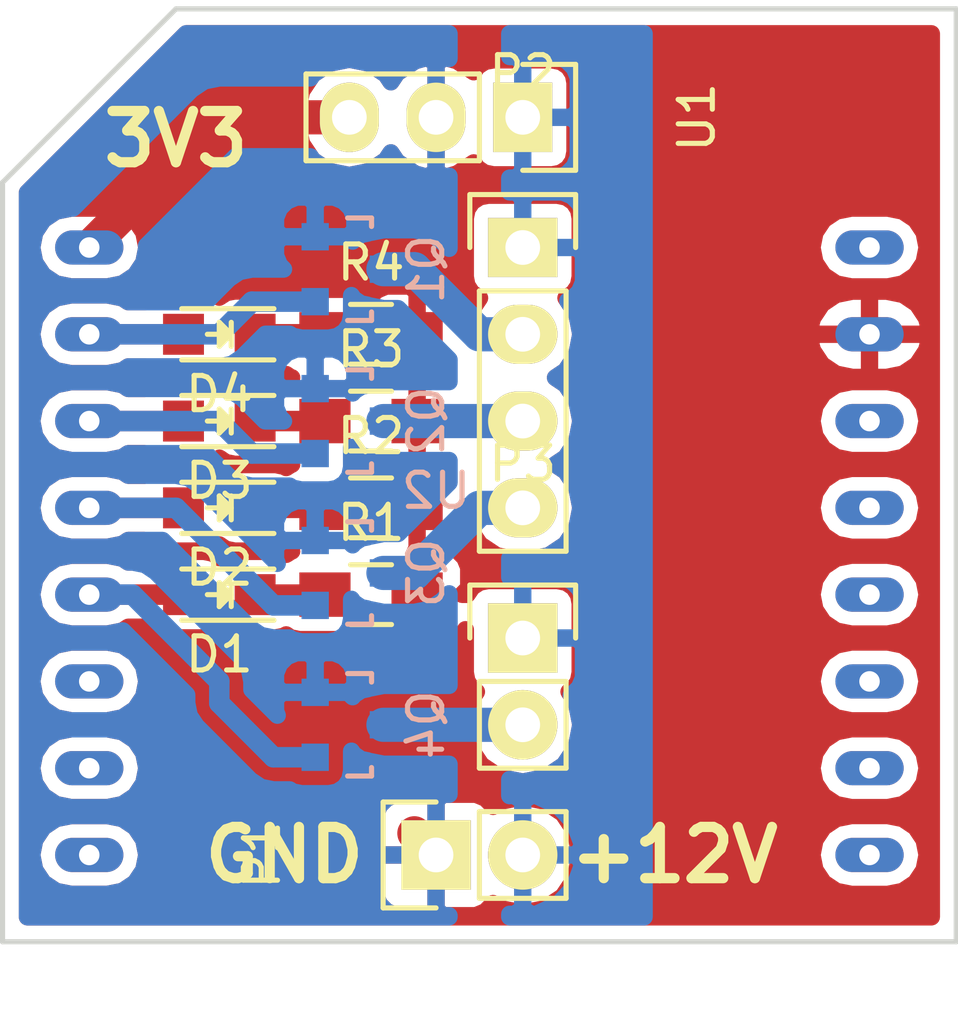
<source format=kicad_pcb>
(kicad_pcb (version 4) (host pcbnew 4.0.4-stable)

  (general
    (links 30)
    (no_connects 0)
    (area 165.659999 94.715476 193.750001 125.248333)
    (thickness 1.6)
    (drawings 8)
    (tracks 34)
    (zones 0)
    (modules 17)
    (nets 26)
  )

  (page A4)
  (layers
    (0 F.Cu signal)
    (31 B.Cu signal)
    (32 B.Adhes user)
    (33 F.Adhes user)
    (34 B.Paste user)
    (35 F.Paste user)
    (36 B.SilkS user)
    (37 F.SilkS user)
    (38 B.Mask user)
    (39 F.Mask user)
    (40 Dwgs.User user)
    (41 Cmts.User user)
    (42 Eco1.User user)
    (43 Eco2.User user)
    (44 Edge.Cuts user)
    (45 Margin user)
    (46 B.CrtYd user)
    (47 F.CrtYd user)
    (48 B.Fab user)
    (49 F.Fab user)
  )

  (setup
    (last_trace_width 0.6)
    (trace_clearance 0.3)
    (zone_clearance 0.4)
    (zone_45_only yes)
    (trace_min 0.4)
    (segment_width 0.2)
    (edge_width 0.15)
    (via_size 1)
    (via_drill 0.6)
    (via_min_size 0.4)
    (via_min_drill 0.3)
    (uvia_size 0.3)
    (uvia_drill 0.1)
    (uvias_allowed no)
    (uvia_min_size 0.2)
    (uvia_min_drill 0.1)
    (pcb_text_width 0.3)
    (pcb_text_size 1.5 1.5)
    (mod_edge_width 0.15)
    (mod_text_size 1 1)
    (mod_text_width 0.15)
    (pad_size 1.524 1.524)
    (pad_drill 0.762)
    (pad_to_mask_clearance 0.2)
    (aux_axis_origin 0 0)
    (grid_origin 143.51 122.555)
    (visible_elements FFFCFF1F)
    (pcbplotparams
      (layerselection 0x01000_00000001)
      (usegerberextensions false)
      (excludeedgelayer false)
      (linewidth 0.100000)
      (plotframeref false)
      (viasonmask false)
      (mode 1)
      (useauxorigin false)
      (hpglpennumber 1)
      (hpglpenspeed 20)
      (hpglpendiameter 15)
      (hpglpenoverlay 2)
      (psnegative false)
      (psa4output false)
      (plotreference false)
      (plotvalue false)
      (plotinvisibletext false)
      (padsonsilk false)
      (subtractmaskfromsilk false)
      (outputformat 3)
      (mirror false)
      (drillshape 0)
      (scaleselection 1)
      (outputdirectory ""))
  )

  (net 0 "")
  (net 1 GND)
  (net 2 +12V)
  (net 3 "Net-(P2-Pad2)")
  (net 4 "Net-(P2-Pad3)")
  (net 5 "Net-(P2-Pad4)")
  (net 6 "Net-(P3-Pad2)")
  (net 7 "Net-(U2-Pad1)")
  (net 8 "Net-(U2-Pad2)")
  (net 9 "Net-(U2-Pad3)")
  (net 10 +3V3)
  (net 11 "Net-(U2-Pad9)")
  (net 12 "Net-(U2-Pad11)")
  (net 13 "Net-(U2-Pad12)")
  (net 14 "Net-(U2-Pad13)")
  (net 15 "Net-(U2-Pad14)")
  (net 16 "Net-(U2-Pad15)")
  (net 17 "Net-(U2-Pad16)")
  (net 18 "Net-(D1-Pad2)")
  (net 19 "Net-(D1-Pad1)")
  (net 20 "Net-(D2-Pad2)")
  (net 21 "Net-(D2-Pad1)")
  (net 22 "Net-(D3-Pad2)")
  (net 23 "Net-(D3-Pad1)")
  (net 24 "Net-(D4-Pad2)")
  (net 25 "Net-(D4-Pad1)")

  (net_class Default "This is the default net class."
    (clearance 0.3)
    (trace_width 0.6)
    (via_dia 1)
    (via_drill 0.6)
    (uvia_dia 0.3)
    (uvia_drill 0.1)
    (add_net "Net-(D1-Pad1)")
    (add_net "Net-(D1-Pad2)")
    (add_net "Net-(D2-Pad1)")
    (add_net "Net-(D2-Pad2)")
    (add_net "Net-(D3-Pad1)")
    (add_net "Net-(D3-Pad2)")
    (add_net "Net-(D4-Pad1)")
    (add_net "Net-(D4-Pad2)")
    (add_net "Net-(U2-Pad1)")
    (add_net "Net-(U2-Pad11)")
    (add_net "Net-(U2-Pad12)")
    (add_net "Net-(U2-Pad13)")
    (add_net "Net-(U2-Pad14)")
    (add_net "Net-(U2-Pad15)")
    (add_net "Net-(U2-Pad16)")
    (add_net "Net-(U2-Pad2)")
    (add_net "Net-(U2-Pad3)")
    (add_net "Net-(U2-Pad9)")
  )

  (net_class Power ""
    (clearance 0.4)
    (trace_width 1)
    (via_dia 1)
    (via_drill 0.6)
    (uvia_dia 0.3)
    (uvia_drill 0.1)
    (add_net +12V)
    (add_net +3V3)
    (add_net GND)
    (add_net "Net-(P2-Pad2)")
    (add_net "Net-(P2-Pad3)")
    (add_net "Net-(P2-Pad4)")
    (add_net "Net-(P3-Pad2)")
  )

  (module D1mini:D1Mini (layer B.Cu) (tedit 586F6C84) (tstamp 586E429F)
    (at 178.435 109.855)
    (descr 16)
    (path /586E596F)
    (fp_text reference U2 (at 0 -0.5) (layer B.SilkS)
      (effects (font (size 1 1) (thickness 0.15)) (justify mirror))
    )
    (fp_text value D1mini (at 0 0.5) (layer B.Fab)
      (effects (font (size 1 1) (thickness 0.15)) (justify mirror))
    )
    (pad 1 thru_hole oval (at -10.16 10.16) (size 2 1) (drill 0.6) (layers *.Cu *.Mask)
      (net 7 "Net-(U2-Pad1)"))
    (pad 2 thru_hole oval (at -10.16 7.62) (size 2 1) (drill 0.6) (layers *.Cu *.Mask)
      (net 8 "Net-(U2-Pad2)"))
    (pad 3 thru_hole oval (at -10.16 5.08) (size 2 1) (drill 0.6) (layers *.Cu *.Mask)
      (net 9 "Net-(U2-Pad3)"))
    (pad 4 thru_hole oval (at -10.16 2.54) (size 2 1) (drill 0.6) (layers *.Cu *.Mask)
      (net 18 "Net-(D1-Pad2)"))
    (pad 5 thru_hole oval (at -10.16 0) (size 2 1) (drill 0.6) (layers *.Cu *.Mask)
      (net 20 "Net-(D2-Pad2)"))
    (pad 6 thru_hole oval (at -10.16 -2.54) (size 2 1) (drill 0.6) (layers *.Cu *.Mask)
      (net 22 "Net-(D3-Pad2)"))
    (pad 7 thru_hole oval (at -10.16 -5.08) (size 2 1) (drill 0.6) (layers *.Cu *.Mask)
      (net 24 "Net-(D4-Pad2)"))
    (pad 8 thru_hole oval (at -10.16 -7.62) (size 2 1) (drill 0.6) (layers *.Cu *.Mask)
      (net 10 +3V3))
    (pad 9 thru_hole oval (at 12.7 -7.62) (size 2 1) (drill 0.6) (layers *.Cu *.Mask)
      (net 11 "Net-(U2-Pad9)"))
    (pad 10 thru_hole oval (at 12.7 -5.08) (size 2 1) (drill 0.6) (layers *.Cu *.Mask)
      (net 1 GND))
    (pad 11 thru_hole oval (at 12.7 -2.54) (size 2 1) (drill 0.6) (layers *.Cu *.Mask)
      (net 12 "Net-(U2-Pad11)"))
    (pad 12 thru_hole oval (at 12.7 0) (size 2 1) (drill 0.6) (layers *.Cu *.Mask)
      (net 13 "Net-(U2-Pad12)"))
    (pad 13 thru_hole oval (at 12.7 2.54) (size 2 1) (drill 0.6) (layers *.Cu *.Mask)
      (net 14 "Net-(U2-Pad13)"))
    (pad 14 thru_hole oval (at 12.7 5.08) (size 2 1) (drill 0.6) (layers *.Cu *.Mask)
      (net 15 "Net-(U2-Pad14)"))
    (pad 15 thru_hole oval (at 12.7 7.62) (size 2 1) (drill 0.6) (layers *.Cu *.Mask)
      (net 16 "Net-(U2-Pad15)"))
    (pad 16 thru_hole oval (at 12.7 10.16) (size 2 1) (drill 0.6) (layers *.Cu *.Mask)
      (net 17 "Net-(U2-Pad16)"))
  )

  (module Pin_Headers:Pin_Header_Straight_1x02 (layer F.Cu) (tedit 54EA090C) (tstamp 586E425A)
    (at 178.435 120.015 90)
    (descr "Through hole pin header")
    (tags "pin header")
    (path /586E43DF)
    (fp_text reference P1 (at 0 -5.1 90) (layer F.SilkS)
      (effects (font (size 1 1) (thickness 0.15)))
    )
    (fp_text value CONN_01X02 (at 0 -3.1 90) (layer F.Fab)
      (effects (font (size 1 1) (thickness 0.15)))
    )
    (fp_line (start 1.27 1.27) (end 1.27 3.81) (layer F.SilkS) (width 0.15))
    (fp_line (start 1.55 -1.55) (end 1.55 0) (layer F.SilkS) (width 0.15))
    (fp_line (start -1.75 -1.75) (end -1.75 4.3) (layer F.CrtYd) (width 0.05))
    (fp_line (start 1.75 -1.75) (end 1.75 4.3) (layer F.CrtYd) (width 0.05))
    (fp_line (start -1.75 -1.75) (end 1.75 -1.75) (layer F.CrtYd) (width 0.05))
    (fp_line (start -1.75 4.3) (end 1.75 4.3) (layer F.CrtYd) (width 0.05))
    (fp_line (start 1.27 1.27) (end -1.27 1.27) (layer F.SilkS) (width 0.15))
    (fp_line (start -1.55 0) (end -1.55 -1.55) (layer F.SilkS) (width 0.15))
    (fp_line (start -1.55 -1.55) (end 1.55 -1.55) (layer F.SilkS) (width 0.15))
    (fp_line (start -1.27 1.27) (end -1.27 3.81) (layer F.SilkS) (width 0.15))
    (fp_line (start -1.27 3.81) (end 1.27 3.81) (layer F.SilkS) (width 0.15))
    (pad 1 thru_hole rect (at 0 0 90) (size 2.032 2.032) (drill 1.016) (layers *.Cu *.Mask F.SilkS)
      (net 1 GND))
    (pad 2 thru_hole oval (at 0 2.54 90) (size 2.032 2.032) (drill 1.016) (layers *.Cu *.Mask F.SilkS)
      (net 2 +12V))
    (model Pin_Headers.3dshapes/Pin_Header_Straight_1x02.wrl
      (at (xyz 0 -0.05 0))
      (scale (xyz 1 1 1))
      (rotate (xyz 0 0 90))
    )
  )

  (module Pin_Headers:Pin_Header_Straight_1x04 (layer F.Cu) (tedit 0) (tstamp 586E4262)
    (at 180.975 102.235)
    (descr "Through hole pin header")
    (tags "pin header")
    (path /586E36E0)
    (fp_text reference P2 (at 0 -5.1) (layer F.SilkS)
      (effects (font (size 1 1) (thickness 0.15)))
    )
    (fp_text value CONN_01X04 (at 0 -3.1) (layer F.Fab)
      (effects (font (size 1 1) (thickness 0.15)))
    )
    (fp_line (start -1.75 -1.75) (end -1.75 9.4) (layer F.CrtYd) (width 0.05))
    (fp_line (start 1.75 -1.75) (end 1.75 9.4) (layer F.CrtYd) (width 0.05))
    (fp_line (start -1.75 -1.75) (end 1.75 -1.75) (layer F.CrtYd) (width 0.05))
    (fp_line (start -1.75 9.4) (end 1.75 9.4) (layer F.CrtYd) (width 0.05))
    (fp_line (start -1.27 1.27) (end -1.27 8.89) (layer F.SilkS) (width 0.15))
    (fp_line (start 1.27 1.27) (end 1.27 8.89) (layer F.SilkS) (width 0.15))
    (fp_line (start 1.55 -1.55) (end 1.55 0) (layer F.SilkS) (width 0.15))
    (fp_line (start -1.27 8.89) (end 1.27 8.89) (layer F.SilkS) (width 0.15))
    (fp_line (start 1.27 1.27) (end -1.27 1.27) (layer F.SilkS) (width 0.15))
    (fp_line (start -1.55 0) (end -1.55 -1.55) (layer F.SilkS) (width 0.15))
    (fp_line (start -1.55 -1.55) (end 1.55 -1.55) (layer F.SilkS) (width 0.15))
    (pad 1 thru_hole rect (at 0 0) (size 2.032 1.7272) (drill 1.016) (layers *.Cu *.Mask F.SilkS)
      (net 2 +12V))
    (pad 2 thru_hole oval (at 0 2.54) (size 2.032 1.7272) (drill 1.016) (layers *.Cu *.Mask F.SilkS)
      (net 3 "Net-(P2-Pad2)"))
    (pad 3 thru_hole oval (at 0 5.08) (size 2.032 1.7272) (drill 1.016) (layers *.Cu *.Mask F.SilkS)
      (net 4 "Net-(P2-Pad3)"))
    (pad 4 thru_hole oval (at 0 7.62) (size 2.032 1.7272) (drill 1.016) (layers *.Cu *.Mask F.SilkS)
      (net 5 "Net-(P2-Pad4)"))
    (model Pin_Headers.3dshapes/Pin_Header_Straight_1x04.wrl
      (at (xyz 0 -0.15 0))
      (scale (xyz 1 1 1))
      (rotate (xyz 0 0 90))
    )
  )

  (module Pin_Headers:Pin_Header_Straight_1x02 (layer F.Cu) (tedit 54EA090C) (tstamp 586E4268)
    (at 180.975 113.665)
    (descr "Through hole pin header")
    (tags "pin header")
    (path /586E3796)
    (fp_text reference P3 (at 0 -5.1) (layer F.SilkS)
      (effects (font (size 1 1) (thickness 0.15)))
    )
    (fp_text value CONN_01X02 (at 0 -3.1) (layer F.Fab)
      (effects (font (size 1 1) (thickness 0.15)))
    )
    (fp_line (start 1.27 1.27) (end 1.27 3.81) (layer F.SilkS) (width 0.15))
    (fp_line (start 1.55 -1.55) (end 1.55 0) (layer F.SilkS) (width 0.15))
    (fp_line (start -1.75 -1.75) (end -1.75 4.3) (layer F.CrtYd) (width 0.05))
    (fp_line (start 1.75 -1.75) (end 1.75 4.3) (layer F.CrtYd) (width 0.05))
    (fp_line (start -1.75 -1.75) (end 1.75 -1.75) (layer F.CrtYd) (width 0.05))
    (fp_line (start -1.75 4.3) (end 1.75 4.3) (layer F.CrtYd) (width 0.05))
    (fp_line (start 1.27 1.27) (end -1.27 1.27) (layer F.SilkS) (width 0.15))
    (fp_line (start -1.55 0) (end -1.55 -1.55) (layer F.SilkS) (width 0.15))
    (fp_line (start -1.55 -1.55) (end 1.55 -1.55) (layer F.SilkS) (width 0.15))
    (fp_line (start -1.27 1.27) (end -1.27 3.81) (layer F.SilkS) (width 0.15))
    (fp_line (start -1.27 3.81) (end 1.27 3.81) (layer F.SilkS) (width 0.15))
    (pad 1 thru_hole rect (at 0 0) (size 2.032 2.032) (drill 1.016) (layers *.Cu *.Mask F.SilkS)
      (net 2 +12V))
    (pad 2 thru_hole oval (at 0 2.54) (size 2.032 2.032) (drill 1.016) (layers *.Cu *.Mask F.SilkS)
      (net 6 "Net-(P3-Pad2)"))
    (model Pin_Headers.3dshapes/Pin_Header_Straight_1x02.wrl
      (at (xyz 0 -0.05 0))
      (scale (xyz 1 1 1))
      (rotate (xyz 0 0 90))
    )
  )

  (module TO_SOT_Packages_SMD:SOT-23 (layer B.Cu) (tedit 553634F8) (tstamp 586E426F)
    (at 175.895 102.87 90)
    (descr "SOT-23, Standard")
    (tags SOT-23)
    (path /586FB629)
    (attr smd)
    (fp_text reference Q1 (at 0 2.25 90) (layer B.SilkS)
      (effects (font (size 1 1) (thickness 0.15)) (justify mirror))
    )
    (fp_text value TSM3404 (at 0 -2.3 90) (layer B.Fab)
      (effects (font (size 1 1) (thickness 0.15)) (justify mirror))
    )
    (fp_line (start -1.65 1.6) (end 1.65 1.6) (layer B.CrtYd) (width 0.05))
    (fp_line (start 1.65 1.6) (end 1.65 -1.6) (layer B.CrtYd) (width 0.05))
    (fp_line (start 1.65 -1.6) (end -1.65 -1.6) (layer B.CrtYd) (width 0.05))
    (fp_line (start -1.65 -1.6) (end -1.65 1.6) (layer B.CrtYd) (width 0.05))
    (fp_line (start 1.29916 0.65024) (end 1.2509 0.65024) (layer B.SilkS) (width 0.15))
    (fp_line (start -1.49982 -0.0508) (end -1.49982 0.65024) (layer B.SilkS) (width 0.15))
    (fp_line (start -1.49982 0.65024) (end -1.2509 0.65024) (layer B.SilkS) (width 0.15))
    (fp_line (start 1.29916 0.65024) (end 1.49982 0.65024) (layer B.SilkS) (width 0.15))
    (fp_line (start 1.49982 0.65024) (end 1.49982 -0.0508) (layer B.SilkS) (width 0.15))
    (pad 1 smd rect (at -0.95 -1.00076 90) (size 0.8001 0.8001) (layers B.Cu B.Paste B.Mask)
      (net 24 "Net-(D4-Pad2)"))
    (pad 2 smd rect (at 0.95 -1.00076 90) (size 0.8001 0.8001) (layers B.Cu B.Paste B.Mask)
      (net 1 GND))
    (pad 3 smd rect (at 0 0.99822 90) (size 0.8001 0.8001) (layers B.Cu B.Paste B.Mask)
      (net 3 "Net-(P2-Pad2)"))
    (model TO_SOT_Packages_SMD.3dshapes/SOT-23.wrl
      (at (xyz 0 0 0))
      (scale (xyz 1 1 1))
      (rotate (xyz 0 0 0))
    )
  )

  (module TO_SOT_Packages_SMD:SOT-23 (layer B.Cu) (tedit 553634F8) (tstamp 586E4276)
    (at 175.895 107.315 90)
    (descr "SOT-23, Standard")
    (tags SOT-23)
    (path /586FB680)
    (attr smd)
    (fp_text reference Q2 (at 0 2.25 90) (layer B.SilkS)
      (effects (font (size 1 1) (thickness 0.15)) (justify mirror))
    )
    (fp_text value TSM3404 (at 0 -2.3 90) (layer B.Fab)
      (effects (font (size 1 1) (thickness 0.15)) (justify mirror))
    )
    (fp_line (start -1.65 1.6) (end 1.65 1.6) (layer B.CrtYd) (width 0.05))
    (fp_line (start 1.65 1.6) (end 1.65 -1.6) (layer B.CrtYd) (width 0.05))
    (fp_line (start 1.65 -1.6) (end -1.65 -1.6) (layer B.CrtYd) (width 0.05))
    (fp_line (start -1.65 -1.6) (end -1.65 1.6) (layer B.CrtYd) (width 0.05))
    (fp_line (start 1.29916 0.65024) (end 1.2509 0.65024) (layer B.SilkS) (width 0.15))
    (fp_line (start -1.49982 -0.0508) (end -1.49982 0.65024) (layer B.SilkS) (width 0.15))
    (fp_line (start -1.49982 0.65024) (end -1.2509 0.65024) (layer B.SilkS) (width 0.15))
    (fp_line (start 1.29916 0.65024) (end 1.49982 0.65024) (layer B.SilkS) (width 0.15))
    (fp_line (start 1.49982 0.65024) (end 1.49982 -0.0508) (layer B.SilkS) (width 0.15))
    (pad 1 smd rect (at -0.95 -1.00076 90) (size 0.8001 0.8001) (layers B.Cu B.Paste B.Mask)
      (net 22 "Net-(D3-Pad2)"))
    (pad 2 smd rect (at 0.95 -1.00076 90) (size 0.8001 0.8001) (layers B.Cu B.Paste B.Mask)
      (net 1 GND))
    (pad 3 smd rect (at 0 0.99822 90) (size 0.8001 0.8001) (layers B.Cu B.Paste B.Mask)
      (net 4 "Net-(P2-Pad3)"))
    (model TO_SOT_Packages_SMD.3dshapes/SOT-23.wrl
      (at (xyz 0 0 0))
      (scale (xyz 1 1 1))
      (rotate (xyz 0 0 0))
    )
  )

  (module TO_SOT_Packages_SMD:SOT-23 (layer B.Cu) (tedit 553634F8) (tstamp 586E427D)
    (at 175.895 111.76 90)
    (descr "SOT-23, Standard")
    (tags SOT-23)
    (path /586FB6A9)
    (attr smd)
    (fp_text reference Q3 (at 0 2.25 90) (layer B.SilkS)
      (effects (font (size 1 1) (thickness 0.15)) (justify mirror))
    )
    (fp_text value TSM3404 (at 0 -2.3 90) (layer B.Fab)
      (effects (font (size 1 1) (thickness 0.15)) (justify mirror))
    )
    (fp_line (start -1.65 1.6) (end 1.65 1.6) (layer B.CrtYd) (width 0.05))
    (fp_line (start 1.65 1.6) (end 1.65 -1.6) (layer B.CrtYd) (width 0.05))
    (fp_line (start 1.65 -1.6) (end -1.65 -1.6) (layer B.CrtYd) (width 0.05))
    (fp_line (start -1.65 -1.6) (end -1.65 1.6) (layer B.CrtYd) (width 0.05))
    (fp_line (start 1.29916 0.65024) (end 1.2509 0.65024) (layer B.SilkS) (width 0.15))
    (fp_line (start -1.49982 -0.0508) (end -1.49982 0.65024) (layer B.SilkS) (width 0.15))
    (fp_line (start -1.49982 0.65024) (end -1.2509 0.65024) (layer B.SilkS) (width 0.15))
    (fp_line (start 1.29916 0.65024) (end 1.49982 0.65024) (layer B.SilkS) (width 0.15))
    (fp_line (start 1.49982 0.65024) (end 1.49982 -0.0508) (layer B.SilkS) (width 0.15))
    (pad 1 smd rect (at -0.95 -1.00076 90) (size 0.8001 0.8001) (layers B.Cu B.Paste B.Mask)
      (net 20 "Net-(D2-Pad2)"))
    (pad 2 smd rect (at 0.95 -1.00076 90) (size 0.8001 0.8001) (layers B.Cu B.Paste B.Mask)
      (net 1 GND))
    (pad 3 smd rect (at 0 0.99822 90) (size 0.8001 0.8001) (layers B.Cu B.Paste B.Mask)
      (net 5 "Net-(P2-Pad4)"))
    (model TO_SOT_Packages_SMD.3dshapes/SOT-23.wrl
      (at (xyz 0 0 0))
      (scale (xyz 1 1 1))
      (rotate (xyz 0 0 0))
    )
  )

  (module TO_SOT_Packages_SMD:SOT-23 (layer B.Cu) (tedit 553634F8) (tstamp 586E4284)
    (at 175.895 116.205 90)
    (descr "SOT-23, Standard")
    (tags SOT-23)
    (path /586FB6E6)
    (attr smd)
    (fp_text reference Q4 (at 0 2.25 90) (layer B.SilkS)
      (effects (font (size 1 1) (thickness 0.15)) (justify mirror))
    )
    (fp_text value TSM3404 (at 0 -2.3 90) (layer B.Fab)
      (effects (font (size 1 1) (thickness 0.15)) (justify mirror))
    )
    (fp_line (start -1.65 1.6) (end 1.65 1.6) (layer B.CrtYd) (width 0.05))
    (fp_line (start 1.65 1.6) (end 1.65 -1.6) (layer B.CrtYd) (width 0.05))
    (fp_line (start 1.65 -1.6) (end -1.65 -1.6) (layer B.CrtYd) (width 0.05))
    (fp_line (start -1.65 -1.6) (end -1.65 1.6) (layer B.CrtYd) (width 0.05))
    (fp_line (start 1.29916 0.65024) (end 1.2509 0.65024) (layer B.SilkS) (width 0.15))
    (fp_line (start -1.49982 -0.0508) (end -1.49982 0.65024) (layer B.SilkS) (width 0.15))
    (fp_line (start -1.49982 0.65024) (end -1.2509 0.65024) (layer B.SilkS) (width 0.15))
    (fp_line (start 1.29916 0.65024) (end 1.49982 0.65024) (layer B.SilkS) (width 0.15))
    (fp_line (start 1.49982 0.65024) (end 1.49982 -0.0508) (layer B.SilkS) (width 0.15))
    (pad 1 smd rect (at -0.95 -1.00076 90) (size 0.8001 0.8001) (layers B.Cu B.Paste B.Mask)
      (net 18 "Net-(D1-Pad2)"))
    (pad 2 smd rect (at 0.95 -1.00076 90) (size 0.8001 0.8001) (layers B.Cu B.Paste B.Mask)
      (net 1 GND))
    (pad 3 smd rect (at 0 0.99822 90) (size 0.8001 0.8001) (layers B.Cu B.Paste B.Mask)
      (net 6 "Net-(P3-Pad2)"))
    (model TO_SOT_Packages_SMD.3dshapes/SOT-23.wrl
      (at (xyz 0 0 0))
      (scale (xyz 1 1 1))
      (rotate (xyz 0 0 0))
    )
  )

  (module Pin_Headers:Pin_Header_Straight_1x03 (layer F.Cu) (tedit 0) (tstamp 58720D83)
    (at 180.975 98.425 270)
    (descr "Through hole pin header")
    (tags "pin header")
    (path /586E7A91)
    (fp_text reference U1 (at 0 -5.1 270) (layer F.SilkS)
      (effects (font (size 1 1) (thickness 0.15)))
    )
    (fp_text value 7805Kab (at 0 -3.1 270) (layer F.Fab)
      (effects (font (size 1 1) (thickness 0.15)))
    )
    (fp_line (start -1.75 -1.75) (end -1.75 6.85) (layer F.CrtYd) (width 0.05))
    (fp_line (start 1.75 -1.75) (end 1.75 6.85) (layer F.CrtYd) (width 0.05))
    (fp_line (start -1.75 -1.75) (end 1.75 -1.75) (layer F.CrtYd) (width 0.05))
    (fp_line (start -1.75 6.85) (end 1.75 6.85) (layer F.CrtYd) (width 0.05))
    (fp_line (start -1.27 1.27) (end -1.27 6.35) (layer F.SilkS) (width 0.15))
    (fp_line (start -1.27 6.35) (end 1.27 6.35) (layer F.SilkS) (width 0.15))
    (fp_line (start 1.27 6.35) (end 1.27 1.27) (layer F.SilkS) (width 0.15))
    (fp_line (start 1.55 -1.55) (end 1.55 0) (layer F.SilkS) (width 0.15))
    (fp_line (start 1.27 1.27) (end -1.27 1.27) (layer F.SilkS) (width 0.15))
    (fp_line (start -1.55 0) (end -1.55 -1.55) (layer F.SilkS) (width 0.15))
    (fp_line (start -1.55 -1.55) (end 1.55 -1.55) (layer F.SilkS) (width 0.15))
    (pad 1 thru_hole rect (at 0 0 270) (size 2.032 1.7272) (drill 1.016) (layers *.Cu *.Mask F.SilkS)
      (net 2 +12V))
    (pad 2 thru_hole oval (at 0 2.54 270) (size 2.032 1.7272) (drill 1.016) (layers *.Cu *.Mask F.SilkS)
      (net 1 GND))
    (pad 3 thru_hole oval (at 0 5.08 270) (size 2.032 1.7272) (drill 1.016) (layers *.Cu *.Mask F.SilkS)
      (net 10 +3V3))
    (model Pin_Headers.3dshapes/Pin_Header_Straight_1x03.wrl
      (at (xyz 0 -0.1 0))
      (scale (xyz 1 1 1))
      (rotate (xyz 0 0 90))
    )
  )

  (module LEDs:LED_0805 (layer F.Cu) (tedit 55BDE1C2) (tstamp 58762765)
    (at 172.085 112.395 180)
    (descr "LED 0805 smd package")
    (tags "LED 0805 SMD")
    (path /586FD3FF)
    (attr smd)
    (fp_text reference D1 (at 0 -1.75 180) (layer F.SilkS)
      (effects (font (size 1 1) (thickness 0.15)))
    )
    (fp_text value LED (at 0 1.75 180) (layer F.Fab)
      (effects (font (size 1 1) (thickness 0.15)))
    )
    (fp_line (start -1.6 0.75) (end 1.1 0.75) (layer F.SilkS) (width 0.15))
    (fp_line (start -1.6 -0.75) (end 1.1 -0.75) (layer F.SilkS) (width 0.15))
    (fp_line (start -0.1 0.15) (end -0.1 -0.1) (layer F.SilkS) (width 0.15))
    (fp_line (start -0.1 -0.1) (end -0.25 0.05) (layer F.SilkS) (width 0.15))
    (fp_line (start -0.35 -0.35) (end -0.35 0.35) (layer F.SilkS) (width 0.15))
    (fp_line (start 0 0) (end 0.35 0) (layer F.SilkS) (width 0.15))
    (fp_line (start -0.35 0) (end 0 -0.35) (layer F.SilkS) (width 0.15))
    (fp_line (start 0 -0.35) (end 0 0.35) (layer F.SilkS) (width 0.15))
    (fp_line (start 0 0.35) (end -0.35 0) (layer F.SilkS) (width 0.15))
    (fp_line (start 1.9 -0.95) (end 1.9 0.95) (layer F.CrtYd) (width 0.05))
    (fp_line (start 1.9 0.95) (end -1.9 0.95) (layer F.CrtYd) (width 0.05))
    (fp_line (start -1.9 0.95) (end -1.9 -0.95) (layer F.CrtYd) (width 0.05))
    (fp_line (start -1.9 -0.95) (end 1.9 -0.95) (layer F.CrtYd) (width 0.05))
    (pad 2 smd rect (at 1.04902 0) (size 1.19888 1.19888) (layers F.Cu F.Paste F.Mask)
      (net 18 "Net-(D1-Pad2)"))
    (pad 1 smd rect (at -1.04902 0) (size 1.19888 1.19888) (layers F.Cu F.Paste F.Mask)
      (net 19 "Net-(D1-Pad1)"))
    (model LEDs.3dshapes/LED_0805.wrl
      (at (xyz 0 0 0))
      (scale (xyz 1 1 1))
      (rotate (xyz 0 0 0))
    )
  )

  (module LEDs:LED_0805 (layer F.Cu) (tedit 55BDE1C2) (tstamp 5876276B)
    (at 172.085 109.855 180)
    (descr "LED 0805 smd package")
    (tags "LED 0805 SMD")
    (path /586FDFEA)
    (attr smd)
    (fp_text reference D2 (at 0 -1.75 180) (layer F.SilkS)
      (effects (font (size 1 1) (thickness 0.15)))
    )
    (fp_text value LED (at 0 1.75 180) (layer F.Fab)
      (effects (font (size 1 1) (thickness 0.15)))
    )
    (fp_line (start -1.6 0.75) (end 1.1 0.75) (layer F.SilkS) (width 0.15))
    (fp_line (start -1.6 -0.75) (end 1.1 -0.75) (layer F.SilkS) (width 0.15))
    (fp_line (start -0.1 0.15) (end -0.1 -0.1) (layer F.SilkS) (width 0.15))
    (fp_line (start -0.1 -0.1) (end -0.25 0.05) (layer F.SilkS) (width 0.15))
    (fp_line (start -0.35 -0.35) (end -0.35 0.35) (layer F.SilkS) (width 0.15))
    (fp_line (start 0 0) (end 0.35 0) (layer F.SilkS) (width 0.15))
    (fp_line (start -0.35 0) (end 0 -0.35) (layer F.SilkS) (width 0.15))
    (fp_line (start 0 -0.35) (end 0 0.35) (layer F.SilkS) (width 0.15))
    (fp_line (start 0 0.35) (end -0.35 0) (layer F.SilkS) (width 0.15))
    (fp_line (start 1.9 -0.95) (end 1.9 0.95) (layer F.CrtYd) (width 0.05))
    (fp_line (start 1.9 0.95) (end -1.9 0.95) (layer F.CrtYd) (width 0.05))
    (fp_line (start -1.9 0.95) (end -1.9 -0.95) (layer F.CrtYd) (width 0.05))
    (fp_line (start -1.9 -0.95) (end 1.9 -0.95) (layer F.CrtYd) (width 0.05))
    (pad 2 smd rect (at 1.04902 0) (size 1.19888 1.19888) (layers F.Cu F.Paste F.Mask)
      (net 20 "Net-(D2-Pad2)"))
    (pad 1 smd rect (at -1.04902 0) (size 1.19888 1.19888) (layers F.Cu F.Paste F.Mask)
      (net 21 "Net-(D2-Pad1)"))
    (model LEDs.3dshapes/LED_0805.wrl
      (at (xyz 0 0 0))
      (scale (xyz 1 1 1))
      (rotate (xyz 0 0 0))
    )
  )

  (module LEDs:LED_0805 (layer F.Cu) (tedit 55BDE1C2) (tstamp 58762771)
    (at 172.085 107.315 180)
    (descr "LED 0805 smd package")
    (tags "LED 0805 SMD")
    (path /586FE0F6)
    (attr smd)
    (fp_text reference D3 (at 0 -1.75 180) (layer F.SilkS)
      (effects (font (size 1 1) (thickness 0.15)))
    )
    (fp_text value LED (at 0 1.75 180) (layer F.Fab)
      (effects (font (size 1 1) (thickness 0.15)))
    )
    (fp_line (start -1.6 0.75) (end 1.1 0.75) (layer F.SilkS) (width 0.15))
    (fp_line (start -1.6 -0.75) (end 1.1 -0.75) (layer F.SilkS) (width 0.15))
    (fp_line (start -0.1 0.15) (end -0.1 -0.1) (layer F.SilkS) (width 0.15))
    (fp_line (start -0.1 -0.1) (end -0.25 0.05) (layer F.SilkS) (width 0.15))
    (fp_line (start -0.35 -0.35) (end -0.35 0.35) (layer F.SilkS) (width 0.15))
    (fp_line (start 0 0) (end 0.35 0) (layer F.SilkS) (width 0.15))
    (fp_line (start -0.35 0) (end 0 -0.35) (layer F.SilkS) (width 0.15))
    (fp_line (start 0 -0.35) (end 0 0.35) (layer F.SilkS) (width 0.15))
    (fp_line (start 0 0.35) (end -0.35 0) (layer F.SilkS) (width 0.15))
    (fp_line (start 1.9 -0.95) (end 1.9 0.95) (layer F.CrtYd) (width 0.05))
    (fp_line (start 1.9 0.95) (end -1.9 0.95) (layer F.CrtYd) (width 0.05))
    (fp_line (start -1.9 0.95) (end -1.9 -0.95) (layer F.CrtYd) (width 0.05))
    (fp_line (start -1.9 -0.95) (end 1.9 -0.95) (layer F.CrtYd) (width 0.05))
    (pad 2 smd rect (at 1.04902 0) (size 1.19888 1.19888) (layers F.Cu F.Paste F.Mask)
      (net 22 "Net-(D3-Pad2)"))
    (pad 1 smd rect (at -1.04902 0) (size 1.19888 1.19888) (layers F.Cu F.Paste F.Mask)
      (net 23 "Net-(D3-Pad1)"))
    (model LEDs.3dshapes/LED_0805.wrl
      (at (xyz 0 0 0))
      (scale (xyz 1 1 1))
      (rotate (xyz 0 0 0))
    )
  )

  (module LEDs:LED_0805 (layer F.Cu) (tedit 55BDE1C2) (tstamp 58762777)
    (at 172.085 104.775 180)
    (descr "LED 0805 smd package")
    (tags "LED 0805 SMD")
    (path /586FE102)
    (attr smd)
    (fp_text reference D4 (at 0 -1.75 180) (layer F.SilkS)
      (effects (font (size 1 1) (thickness 0.15)))
    )
    (fp_text value LED (at 0 1.75 180) (layer F.Fab)
      (effects (font (size 1 1) (thickness 0.15)))
    )
    (fp_line (start -1.6 0.75) (end 1.1 0.75) (layer F.SilkS) (width 0.15))
    (fp_line (start -1.6 -0.75) (end 1.1 -0.75) (layer F.SilkS) (width 0.15))
    (fp_line (start -0.1 0.15) (end -0.1 -0.1) (layer F.SilkS) (width 0.15))
    (fp_line (start -0.1 -0.1) (end -0.25 0.05) (layer F.SilkS) (width 0.15))
    (fp_line (start -0.35 -0.35) (end -0.35 0.35) (layer F.SilkS) (width 0.15))
    (fp_line (start 0 0) (end 0.35 0) (layer F.SilkS) (width 0.15))
    (fp_line (start -0.35 0) (end 0 -0.35) (layer F.SilkS) (width 0.15))
    (fp_line (start 0 -0.35) (end 0 0.35) (layer F.SilkS) (width 0.15))
    (fp_line (start 0 0.35) (end -0.35 0) (layer F.SilkS) (width 0.15))
    (fp_line (start 1.9 -0.95) (end 1.9 0.95) (layer F.CrtYd) (width 0.05))
    (fp_line (start 1.9 0.95) (end -1.9 0.95) (layer F.CrtYd) (width 0.05))
    (fp_line (start -1.9 0.95) (end -1.9 -0.95) (layer F.CrtYd) (width 0.05))
    (fp_line (start -1.9 -0.95) (end 1.9 -0.95) (layer F.CrtYd) (width 0.05))
    (pad 2 smd rect (at 1.04902 0) (size 1.19888 1.19888) (layers F.Cu F.Paste F.Mask)
      (net 24 "Net-(D4-Pad2)"))
    (pad 1 smd rect (at -1.04902 0) (size 1.19888 1.19888) (layers F.Cu F.Paste F.Mask)
      (net 25 "Net-(D4-Pad1)"))
    (model LEDs.3dshapes/LED_0805.wrl
      (at (xyz 0 0 0))
      (scale (xyz 1 1 1))
      (rotate (xyz 0 0 0))
    )
  )

  (module Resistors_SMD:R_0805_HandSoldering (layer F.Cu) (tedit 54189DEE) (tstamp 5876277D)
    (at 176.53 112.395)
    (descr "Resistor SMD 0805, hand soldering")
    (tags "resistor 0805")
    (path /586FD59E)
    (attr smd)
    (fp_text reference R1 (at 0 -2.1) (layer F.SilkS)
      (effects (font (size 1 1) (thickness 0.15)))
    )
    (fp_text value R (at 0 2.1) (layer F.Fab)
      (effects (font (size 1 1) (thickness 0.15)))
    )
    (fp_line (start -2.4 -1) (end 2.4 -1) (layer F.CrtYd) (width 0.05))
    (fp_line (start -2.4 1) (end 2.4 1) (layer F.CrtYd) (width 0.05))
    (fp_line (start -2.4 -1) (end -2.4 1) (layer F.CrtYd) (width 0.05))
    (fp_line (start 2.4 -1) (end 2.4 1) (layer F.CrtYd) (width 0.05))
    (fp_line (start 0.6 0.875) (end -0.6 0.875) (layer F.SilkS) (width 0.15))
    (fp_line (start -0.6 -0.875) (end 0.6 -0.875) (layer F.SilkS) (width 0.15))
    (pad 1 smd rect (at -1.35 0) (size 1.5 1.3) (layers F.Cu F.Paste F.Mask)
      (net 19 "Net-(D1-Pad1)"))
    (pad 2 smd rect (at 1.35 0) (size 1.5 1.3) (layers F.Cu F.Paste F.Mask)
      (net 1 GND))
    (model Resistors_SMD.3dshapes/R_0805_HandSoldering.wrl
      (at (xyz 0 0 0))
      (scale (xyz 1 1 1))
      (rotate (xyz 0 0 0))
    )
  )

  (module Resistors_SMD:R_0805_HandSoldering (layer F.Cu) (tedit 54189DEE) (tstamp 58762783)
    (at 176.53 109.855)
    (descr "Resistor SMD 0805, hand soldering")
    (tags "resistor 0805")
    (path /586FDFF0)
    (attr smd)
    (fp_text reference R2 (at 0 -2.1) (layer F.SilkS)
      (effects (font (size 1 1) (thickness 0.15)))
    )
    (fp_text value R (at 0 2.1) (layer F.Fab)
      (effects (font (size 1 1) (thickness 0.15)))
    )
    (fp_line (start -2.4 -1) (end 2.4 -1) (layer F.CrtYd) (width 0.05))
    (fp_line (start -2.4 1) (end 2.4 1) (layer F.CrtYd) (width 0.05))
    (fp_line (start -2.4 -1) (end -2.4 1) (layer F.CrtYd) (width 0.05))
    (fp_line (start 2.4 -1) (end 2.4 1) (layer F.CrtYd) (width 0.05))
    (fp_line (start 0.6 0.875) (end -0.6 0.875) (layer F.SilkS) (width 0.15))
    (fp_line (start -0.6 -0.875) (end 0.6 -0.875) (layer F.SilkS) (width 0.15))
    (pad 1 smd rect (at -1.35 0) (size 1.5 1.3) (layers F.Cu F.Paste F.Mask)
      (net 21 "Net-(D2-Pad1)"))
    (pad 2 smd rect (at 1.35 0) (size 1.5 1.3) (layers F.Cu F.Paste F.Mask)
      (net 1 GND))
    (model Resistors_SMD.3dshapes/R_0805_HandSoldering.wrl
      (at (xyz 0 0 0))
      (scale (xyz 1 1 1))
      (rotate (xyz 0 0 0))
    )
  )

  (module Resistors_SMD:R_0805_HandSoldering (layer F.Cu) (tedit 54189DEE) (tstamp 58762789)
    (at 176.53 107.315)
    (descr "Resistor SMD 0805, hand soldering")
    (tags "resistor 0805")
    (path /586FE0FC)
    (attr smd)
    (fp_text reference R3 (at 0 -2.1) (layer F.SilkS)
      (effects (font (size 1 1) (thickness 0.15)))
    )
    (fp_text value R (at 0 2.1) (layer F.Fab)
      (effects (font (size 1 1) (thickness 0.15)))
    )
    (fp_line (start -2.4 -1) (end 2.4 -1) (layer F.CrtYd) (width 0.05))
    (fp_line (start -2.4 1) (end 2.4 1) (layer F.CrtYd) (width 0.05))
    (fp_line (start -2.4 -1) (end -2.4 1) (layer F.CrtYd) (width 0.05))
    (fp_line (start 2.4 -1) (end 2.4 1) (layer F.CrtYd) (width 0.05))
    (fp_line (start 0.6 0.875) (end -0.6 0.875) (layer F.SilkS) (width 0.15))
    (fp_line (start -0.6 -0.875) (end 0.6 -0.875) (layer F.SilkS) (width 0.15))
    (pad 1 smd rect (at -1.35 0) (size 1.5 1.3) (layers F.Cu F.Paste F.Mask)
      (net 23 "Net-(D3-Pad1)"))
    (pad 2 smd rect (at 1.35 0) (size 1.5 1.3) (layers F.Cu F.Paste F.Mask)
      (net 1 GND))
    (model Resistors_SMD.3dshapes/R_0805_HandSoldering.wrl
      (at (xyz 0 0 0))
      (scale (xyz 1 1 1))
      (rotate (xyz 0 0 0))
    )
  )

  (module Resistors_SMD:R_0805_HandSoldering (layer F.Cu) (tedit 54189DEE) (tstamp 5876278F)
    (at 176.53 104.775)
    (descr "Resistor SMD 0805, hand soldering")
    (tags "resistor 0805")
    (path /586FE108)
    (attr smd)
    (fp_text reference R4 (at 0 -2.1) (layer F.SilkS)
      (effects (font (size 1 1) (thickness 0.15)))
    )
    (fp_text value R (at 0 2.1) (layer F.Fab)
      (effects (font (size 1 1) (thickness 0.15)))
    )
    (fp_line (start -2.4 -1) (end 2.4 -1) (layer F.CrtYd) (width 0.05))
    (fp_line (start -2.4 1) (end 2.4 1) (layer F.CrtYd) (width 0.05))
    (fp_line (start -2.4 -1) (end -2.4 1) (layer F.CrtYd) (width 0.05))
    (fp_line (start 2.4 -1) (end 2.4 1) (layer F.CrtYd) (width 0.05))
    (fp_line (start 0.6 0.875) (end -0.6 0.875) (layer F.SilkS) (width 0.15))
    (fp_line (start -0.6 -0.875) (end 0.6 -0.875) (layer F.SilkS) (width 0.15))
    (pad 1 smd rect (at -1.35 0) (size 1.5 1.3) (layers F.Cu F.Paste F.Mask)
      (net 25 "Net-(D4-Pad1)"))
    (pad 2 smd rect (at 1.35 0) (size 1.5 1.3) (layers F.Cu F.Paste F.Mask)
      (net 1 GND))
    (model Resistors_SMD.3dshapes/R_0805_HandSoldering.wrl
      (at (xyz 0 0 0))
      (scale (xyz 1 1 1))
      (rotate (xyz 0 0 0))
    )
  )

  (gr_text 3V3 (at 170.815 99.06) (layer F.SilkS)
    (effects (font (size 1.5 1.5) (thickness 0.3)))
  )
  (gr_text GND (at 173.99 120.015) (layer F.SilkS)
    (effects (font (size 1.5 1.5) (thickness 0.3)))
  )
  (gr_text +12V (at 185.42 120.015) (layer F.SilkS)
    (effects (font (size 1.5 1.5) (thickness 0.3)))
  )
  (gr_line (start 165.735 122.555) (end 193.675 122.555) (angle 90) (layer Edge.Cuts) (width 0.15))
  (gr_line (start 165.735 100.33) (end 165.735 122.555) (angle 90) (layer Edge.Cuts) (width 0.15))
  (gr_line (start 193.675 95.25) (end 170.815 95.25) (angle 90) (layer Edge.Cuts) (width 0.15))
  (gr_line (start 170.815 95.25) (end 165.735 100.33) (angle 90) (layer Edge.Cuts) (width 0.15))
  (gr_line (start 193.675 95.25) (end 193.675 122.555) (angle 90) (layer Edge.Cuts) (width 0.15))

  (segment (start 177.88 112.395) (end 177.8 112.475) (width 1) (layer F.Cu) (net 1) (tstamp 58762825))
  (segment (start 177.8 119.38) (end 178.435 120.015) (width 1) (layer F.Cu) (net 1) (tstamp 58762827))
  (segment (start 176.89322 102.87) (end 177.8 102.87) (width 1) (layer B.Cu) (net 3))
  (segment (start 179.705 104.775) (end 180.975 104.775) (width 1) (layer B.Cu) (net 3) (tstamp 586F608B))
  (segment (start 177.8 102.87) (end 179.705 104.775) (width 1) (layer B.Cu) (net 3) (tstamp 586F6089))
  (segment (start 176.89322 107.315) (end 180.975 107.315) (width 1) (layer B.Cu) (net 4))
  (segment (start 176.89322 111.76) (end 177.8 111.76) (width 1) (layer B.Cu) (net 5))
  (segment (start 179.705 109.855) (end 180.975 109.855) (width 1) (layer B.Cu) (net 5) (tstamp 586F6092))
  (segment (start 177.8 111.76) (end 179.705 109.855) (width 1) (layer B.Cu) (net 5) (tstamp 586F6091))
  (segment (start 176.89322 116.205) (end 180.975 116.205) (width 1) (layer B.Cu) (net 6))
  (segment (start 175.895 98.425) (end 172.085 98.425) (width 1) (layer F.Cu) (net 10) (status 400000))
  (segment (start 172.085 98.425) (end 168.275 102.235) (width 1) (layer F.Cu) (net 10) (tstamp 58762871) (status 800000))
  (segment (start 171.03598 112.395) (end 168.275 112.395) (width 0.6) (layer F.Cu) (net 18))
  (segment (start 174.89424 117.155) (end 173.67 117.155) (width 0.6) (layer B.Cu) (net 18))
  (segment (start 169.545 112.395) (end 172.085 114.935) (width 0.6) (layer B.Cu) (net 18) (tstamp 5876271E))
  (segment (start 169.545 112.395) (end 168.275 112.395) (width 0.6) (layer B.Cu) (net 18))
  (segment (start 172.085 115.57) (end 172.085 114.935) (width 0.6) (layer B.Cu) (net 18) (tstamp 58762722))
  (segment (start 173.67 117.155) (end 172.085 115.57) (width 0.6) (layer B.Cu) (net 18) (tstamp 58762721))
  (segment (start 173.13402 112.395) (end 175.18 112.395) (width 0.6) (layer F.Cu) (net 19))
  (segment (start 171.03598 109.855) (end 168.275 109.855) (width 0.6) (layer F.Cu) (net 20))
  (segment (start 168.275 109.855) (end 170.815 109.855) (width 0.6) (layer B.Cu) (net 20))
  (segment (start 173.67 112.71) (end 174.89424 112.71) (width 0.6) (layer B.Cu) (net 20) (tstamp 58735DE2))
  (segment (start 170.815 109.855) (end 173.67 112.71) (width 0.6) (layer B.Cu) (net 20) (tstamp 58735DE0))
  (segment (start 173.13402 109.855) (end 175.18 109.855) (width 0.6) (layer F.Cu) (net 21))
  (segment (start 171.03598 107.315) (end 168.275 107.315) (width 0.6) (layer F.Cu) (net 22))
  (segment (start 168.275 107.315) (end 172.085 107.315) (width 0.6) (layer B.Cu) (net 22))
  (segment (start 173.035 108.265) (end 172.085 107.315) (width 0.6) (layer B.Cu) (net 22) (tstamp 58735DF8))
  (segment (start 173.035 108.265) (end 174.89424 108.265) (width 0.6) (layer B.Cu) (net 22))
  (segment (start 173.13402 107.315) (end 175.18 107.315) (width 0.6) (layer F.Cu) (net 23))
  (segment (start 171.03598 104.775) (end 168.275 104.775) (width 0.6) (layer F.Cu) (net 24))
  (segment (start 168.275 104.775) (end 172.085 104.775) (width 0.6) (layer B.Cu) (net 24))
  (segment (start 173.04 103.82) (end 174.89424 103.82) (width 0.6) (layer B.Cu) (net 24) (tstamp 58735E00))
  (segment (start 172.085 104.775) (end 173.04 103.82) (width 0.6) (layer B.Cu) (net 24) (tstamp 58735DFF))
  (segment (start 173.13402 104.775) (end 175.18 104.775) (width 0.6) (layer F.Cu) (net 25))

  (zone (net 2) (net_name +12V) (layer B.Cu) (tstamp 586F5927) (hatch none 0.508)
    (connect_pads (clearance 0.4))
    (min_thickness 0.5)
    (fill yes (arc_segments 16) (thermal_gap 0.508) (thermal_bridge_width 0.508))
    (polygon
      (pts
        (xy 180.34 95.25) (xy 184.785 95.25) (xy 184.785 122.555) (xy 180.34 122.555)
      )
    )
    (filled_polygon
      (pts
        (xy 184.535 121.83) (xy 180.59 121.83) (xy 180.59 121.745935) (xy 180.693535 121.766528) (xy 180.971 121.599495)
        (xy 180.971 120.019) (xy 180.979 120.019) (xy 180.979 121.599495) (xy 181.256465 121.766528) (xy 181.385241 121.740914)
        (xy 182.014492 121.452544) (xy 182.48549 120.945321) (xy 182.726529 120.296465) (xy 182.559496 120.019) (xy 180.979 120.019)
        (xy 180.971 120.019) (xy 180.951 120.019) (xy 180.951 120.011) (xy 180.971 120.011) (xy 180.971 118.430505)
        (xy 180.979 118.430505) (xy 180.979 120.011) (xy 182.559496 120.011) (xy 182.726529 119.733535) (xy 182.48549 119.084679)
        (xy 182.014492 118.577456) (xy 181.385241 118.289086) (xy 181.256465 118.263472) (xy 180.979 118.430505) (xy 180.971 118.430505)
        (xy 180.693535 118.263472) (xy 180.59 118.284065) (xy 180.59 117.800911) (xy 180.942361 117.871) (xy 181.007639 117.871)
        (xy 181.64519 117.744183) (xy 182.185679 117.38304) (xy 182.546822 116.842551) (xy 182.673639 116.205) (xy 182.546822 115.567449)
        (xy 182.391797 115.335438) (xy 182.420373 115.323601) (xy 182.633602 115.110372) (xy 182.749 114.831775) (xy 182.749 113.8585)
        (xy 182.5595 113.669) (xy 180.979 113.669) (xy 180.979 113.689) (xy 180.971 113.689) (xy 180.971 113.669)
        (xy 180.951 113.669) (xy 180.951 113.661) (xy 180.971 113.661) (xy 180.971 112.0805) (xy 180.979 112.0805)
        (xy 180.979 113.661) (xy 182.5595 113.661) (xy 182.749 113.4715) (xy 182.749 112.498225) (xy 182.633602 112.219628)
        (xy 182.420373 112.006399) (xy 182.141776 111.891) (xy 181.1685 111.891) (xy 180.979 112.0805) (xy 180.971 112.0805)
        (xy 180.7815 111.891) (xy 180.59 111.891) (xy 180.59 111.328825) (xy 180.789961 111.3686) (xy 181.160039 111.3686)
        (xy 181.739269 111.253384) (xy 182.230316 110.925277) (xy 182.558423 110.43423) (xy 182.673639 109.855) (xy 182.558423 109.27577)
        (xy 182.230316 108.784723) (xy 181.931409 108.585) (xy 182.230316 108.385277) (xy 182.558423 107.89423) (xy 182.673639 107.315)
        (xy 182.558423 106.73577) (xy 182.230316 106.244723) (xy 181.931409 106.045) (xy 182.230316 105.845277) (xy 182.558423 105.35423)
        (xy 182.673639 104.775) (xy 182.558423 104.19577) (xy 182.290605 103.794953) (xy 182.420373 103.741201) (xy 182.633602 103.527972)
        (xy 182.749 103.249375) (xy 182.749 102.4285) (xy 182.5595 102.239) (xy 180.979 102.239) (xy 180.979 102.259)
        (xy 180.971 102.259) (xy 180.971 102.239) (xy 180.951 102.239) (xy 180.951 102.231) (xy 180.971 102.231)
        (xy 180.971 100.8029) (xy 180.979 100.8029) (xy 180.979 102.231) (xy 182.5595 102.231) (xy 182.749 102.0415)
        (xy 182.749 101.220625) (xy 182.633602 100.942028) (xy 182.420373 100.728799) (xy 182.141776 100.6134) (xy 181.1685 100.6134)
        (xy 180.979 100.8029) (xy 180.971 100.8029) (xy 180.7815 100.6134) (xy 180.59 100.6134) (xy 180.59 100.199)
        (xy 180.7815 100.199) (xy 180.971 100.0095) (xy 180.971 98.429) (xy 180.979 98.429) (xy 180.979 100.0095)
        (xy 181.1685 100.199) (xy 181.989375 100.199) (xy 182.267972 100.083602) (xy 182.481201 99.870373) (xy 182.5966 99.591776)
        (xy 182.5966 98.6185) (xy 182.4071 98.429) (xy 180.979 98.429) (xy 180.971 98.429) (xy 180.951 98.429)
        (xy 180.951 98.421) (xy 180.971 98.421) (xy 180.971 96.8405) (xy 180.979 96.8405) (xy 180.979 98.421)
        (xy 182.4071 98.421) (xy 182.5966 98.2315) (xy 182.5966 97.258224) (xy 182.481201 96.979627) (xy 182.267972 96.766398)
        (xy 181.989375 96.651) (xy 181.1685 96.651) (xy 180.979 96.8405) (xy 180.971 96.8405) (xy 180.7815 96.651)
        (xy 180.59 96.651) (xy 180.59 95.975) (xy 184.535 95.975)
      )
    )
  )
  (zone (net 1) (net_name GND) (layer B.Cu) (tstamp 586F58F0) (hatch none 0.508)
    (connect_pads (clearance 0.4))
    (min_thickness 0.5)
    (fill yes (arc_segments 16) (thermal_gap 0.508) (thermal_bridge_width 0.508) (smoothing chamfer))
    (polygon
      (pts
        (xy 179.07 122.555) (xy 165.735 122.555) (xy 165.735 100.33) (xy 170.815 95.25) (xy 179.07 95.25)
      )
    )
    (filled_polygon
      (pts
        (xy 178.82 96.707517) (xy 178.692624 96.671595) (xy 178.439 96.840506) (xy 178.439 98.421) (xy 178.459 98.421)
        (xy 178.459 98.429) (xy 178.439 98.429) (xy 178.439 100.009494) (xy 178.692624 100.178405) (xy 178.82 100.142483)
        (xy 178.82 102.263654) (xy 178.613173 102.056827) (xy 178.240086 101.807539) (xy 177.8 101.72) (xy 176.89322 101.72)
        (xy 176.453134 101.807539) (xy 176.438113 101.817576) (xy 176.252294 101.85254) (xy 176.031065 101.994897) (xy 175.991537 102.052747)
        (xy 175.86279 101.924) (xy 174.89824 101.924) (xy 174.89824 101.944) (xy 174.89024 101.944) (xy 174.89024 101.924)
        (xy 173.92569 101.924) (xy 173.73619 102.1135) (xy 173.73619 102.470826) (xy 173.851589 102.749423) (xy 173.972166 102.87)
        (xy 173.04 102.87) (xy 172.736767 102.930317) (xy 172.67645 102.942314) (xy 172.368249 103.148249) (xy 171.691498 103.825)
        (xy 169.415721 103.825) (xy 169.247411 103.712539) (xy 168.807325 103.625) (xy 167.742675 103.625) (xy 167.302589 103.712539)
        (xy 166.929502 103.961827) (xy 166.680214 104.334914) (xy 166.592675 104.775) (xy 166.680214 105.215086) (xy 166.929502 105.588173)
        (xy 167.302589 105.837461) (xy 167.742675 105.925) (xy 168.807325 105.925) (xy 169.247411 105.837461) (xy 169.282262 105.814174)
        (xy 173.73619 105.814174) (xy 173.73619 106.1715) (xy 173.92569 106.361) (xy 174.89024 106.361) (xy 174.89024 105.39645)
        (xy 174.89824 105.39645) (xy 174.89824 106.361) (xy 175.86279 106.361) (xy 176.05229 106.1715) (xy 176.05229 105.814174)
        (xy 175.936891 105.535577) (xy 175.723662 105.322348) (xy 175.445065 105.20695) (xy 175.08774 105.20695) (xy 174.89824 105.39645)
        (xy 174.89024 105.39645) (xy 174.70074 105.20695) (xy 174.343415 105.20695) (xy 174.064818 105.322348) (xy 173.851589 105.535577)
        (xy 173.73619 105.814174) (xy 169.282262 105.814174) (xy 169.415721 105.725) (xy 172.085 105.725) (xy 172.388233 105.664683)
        (xy 172.44855 105.652686) (xy 172.756751 105.446751) (xy 173.433502 104.77) (xy 174.147702 104.77) (xy 174.236349 104.83057)
        (xy 174.49419 104.882784) (xy 175.29429 104.882784) (xy 175.535166 104.83746) (xy 175.756395 104.695103) (xy 175.90481 104.477891)
        (xy 175.957024 104.22005) (xy 175.957024 103.637214) (xy 176.018117 103.732155) (xy 176.235329 103.88057) (xy 176.436417 103.921291)
        (xy 176.453134 103.932461) (xy 176.89322 104.02) (xy 177.323654 104.02) (xy 178.82 105.516346) (xy 178.82 106.165)
        (xy 176.89322 106.165) (xy 176.453134 106.252539) (xy 176.438113 106.262576) (xy 176.252294 106.29754) (xy 176.031065 106.439897)
        (xy 175.991537 106.497747) (xy 175.86279 106.369) (xy 174.89824 106.369) (xy 174.89824 106.389) (xy 174.89024 106.389)
        (xy 174.89024 106.369) (xy 173.92569 106.369) (xy 173.73619 106.5585) (xy 173.73619 106.915826) (xy 173.851589 107.194423)
        (xy 173.972166 107.315) (xy 173.428503 107.315) (xy 172.756751 106.643249) (xy 172.44855 106.437314) (xy 172.388233 106.425317)
        (xy 172.085 106.365) (xy 169.415721 106.365) (xy 169.247411 106.252539) (xy 168.807325 106.165) (xy 167.742675 106.165)
        (xy 167.302589 106.252539) (xy 166.929502 106.501827) (xy 166.680214 106.874914) (xy 166.592675 107.315) (xy 166.680214 107.755086)
        (xy 166.929502 108.128173) (xy 167.302589 108.377461) (xy 167.742675 108.465) (xy 168.807325 108.465) (xy 169.247411 108.377461)
        (xy 169.415721 108.265) (xy 171.691498 108.265) (xy 172.363249 108.936752) (xy 172.67145 109.142686) (xy 172.731767 109.154683)
        (xy 173.035 109.215) (xy 174.147702 109.215) (xy 174.236349 109.27557) (xy 174.49419 109.327784) (xy 175.29429 109.327784)
        (xy 175.535166 109.28246) (xy 175.756395 109.140103) (xy 175.90481 108.922891) (xy 175.957024 108.66505) (xy 175.957024 108.082214)
        (xy 176.018117 108.177155) (xy 176.235329 108.32557) (xy 176.436417 108.366291) (xy 176.453134 108.377461) (xy 176.89322 108.465)
        (xy 178.82 108.465) (xy 178.82 109.113654) (xy 177.323654 110.61) (xy 176.89322 110.61) (xy 176.453134 110.697539)
        (xy 176.438113 110.707576) (xy 176.252294 110.74254) (xy 176.031065 110.884897) (xy 175.991537 110.942747) (xy 175.86279 110.814)
        (xy 174.89824 110.814) (xy 174.89824 110.834) (xy 174.89024 110.834) (xy 174.89024 110.814) (xy 173.92569 110.814)
        (xy 173.73619 111.0035) (xy 173.73619 111.360826) (xy 173.787004 111.483501) (xy 172.562677 110.259174) (xy 173.73619 110.259174)
        (xy 173.73619 110.6165) (xy 173.92569 110.806) (xy 174.89024 110.806) (xy 174.89024 109.84145) (xy 174.89824 109.84145)
        (xy 174.89824 110.806) (xy 175.86279 110.806) (xy 176.05229 110.6165) (xy 176.05229 110.259174) (xy 175.936891 109.980577)
        (xy 175.723662 109.767348) (xy 175.445065 109.65195) (xy 175.08774 109.65195) (xy 174.89824 109.84145) (xy 174.89024 109.84145)
        (xy 174.70074 109.65195) (xy 174.343415 109.65195) (xy 174.064818 109.767348) (xy 173.851589 109.980577) (xy 173.73619 110.259174)
        (xy 172.562677 110.259174) (xy 171.486751 109.183249) (xy 171.17855 108.977314) (xy 171.118233 108.965317) (xy 170.815 108.905)
        (xy 169.415721 108.905) (xy 169.247411 108.792539) (xy 168.807325 108.705) (xy 167.742675 108.705) (xy 167.302589 108.792539)
        (xy 166.929502 109.041827) (xy 166.680214 109.414914) (xy 166.592675 109.855) (xy 166.680214 110.295086) (xy 166.929502 110.668173)
        (xy 167.302589 110.917461) (xy 167.742675 111.005) (xy 168.807325 111.005) (xy 169.247411 110.917461) (xy 169.415721 110.805)
        (xy 170.421498 110.805) (xy 172.998249 113.381752) (xy 173.30645 113.587686) (xy 173.67 113.66) (xy 174.147702 113.66)
        (xy 174.236349 113.72057) (xy 174.49419 113.772784) (xy 175.29429 113.772784) (xy 175.535166 113.72746) (xy 175.756395 113.585103)
        (xy 175.90481 113.367891) (xy 175.957024 113.11005) (xy 175.957024 112.527214) (xy 176.018117 112.622155) (xy 176.235329 112.77057)
        (xy 176.436417 112.811291) (xy 176.453134 112.822461) (xy 176.89322 112.91) (xy 177.8 112.91) (xy 178.240086 112.822461)
        (xy 178.613173 112.573173) (xy 178.82 112.366346) (xy 178.82 115.055) (xy 176.89322 115.055) (xy 176.453134 115.142539)
        (xy 176.438113 115.152576) (xy 176.252294 115.18754) (xy 176.031065 115.329897) (xy 175.991537 115.387747) (xy 175.86279 115.259)
        (xy 174.89824 115.259) (xy 174.89824 115.279) (xy 174.89024 115.279) (xy 174.89024 115.259) (xy 173.92569 115.259)
        (xy 173.73619 115.4485) (xy 173.73619 115.805826) (xy 173.787004 115.928501) (xy 173.035 115.176498) (xy 173.035 114.935)
        (xy 172.989087 114.704174) (xy 173.73619 114.704174) (xy 173.73619 115.0615) (xy 173.92569 115.251) (xy 174.89024 115.251)
        (xy 174.89024 114.28645) (xy 174.89824 114.28645) (xy 174.89824 115.251) (xy 175.86279 115.251) (xy 176.05229 115.0615)
        (xy 176.05229 114.704174) (xy 175.936891 114.425577) (xy 175.723662 114.212348) (xy 175.445065 114.09695) (xy 175.08774 114.09695)
        (xy 174.89824 114.28645) (xy 174.89024 114.28645) (xy 174.70074 114.09695) (xy 174.343415 114.09695) (xy 174.064818 114.212348)
        (xy 173.851589 114.425577) (xy 173.73619 114.704174) (xy 172.989087 114.704174) (xy 172.962686 114.571451) (xy 172.865216 114.425577)
        (xy 172.756751 114.263248) (xy 170.216751 111.723249) (xy 169.90855 111.517314) (xy 169.848233 111.505317) (xy 169.545 111.445)
        (xy 169.415721 111.445) (xy 169.247411 111.332539) (xy 168.807325 111.245) (xy 167.742675 111.245) (xy 167.302589 111.332539)
        (xy 166.929502 111.581827) (xy 166.680214 111.954914) (xy 166.592675 112.395) (xy 166.680214 112.835086) (xy 166.929502 113.208173)
        (xy 167.302589 113.457461) (xy 167.742675 113.545) (xy 168.807325 113.545) (xy 169.247411 113.457461) (xy 169.257331 113.450833)
        (xy 171.135 115.328503) (xy 171.135 115.57) (xy 171.183273 115.812685) (xy 171.207314 115.93355) (xy 171.413249 116.241751)
        (xy 172.998248 117.826751) (xy 173.130451 117.915086) (xy 173.306451 118.032686) (xy 173.67 118.105) (xy 174.147702 118.105)
        (xy 174.236349 118.16557) (xy 174.49419 118.217784) (xy 175.29429 118.217784) (xy 175.535166 118.17246) (xy 175.756395 118.030103)
        (xy 175.90481 117.812891) (xy 175.957024 117.55505) (xy 175.957024 116.972214) (xy 176.018117 117.067155) (xy 176.235329 117.21557)
        (xy 176.436417 117.256291) (xy 176.453134 117.267461) (xy 176.89322 117.355) (xy 178.82 117.355) (xy 178.82 118.241)
        (xy 178.6285 118.241) (xy 178.439 118.4305) (xy 178.439 120.011) (xy 178.459 120.011) (xy 178.459 120.019)
        (xy 178.439 120.019) (xy 178.439 121.5995) (xy 178.6285 121.789) (xy 178.82 121.789) (xy 178.82 121.83)
        (xy 166.46 121.83) (xy 166.46 120.015) (xy 166.592675 120.015) (xy 166.680214 120.455086) (xy 166.929502 120.828173)
        (xy 167.302589 121.077461) (xy 167.742675 121.165) (xy 168.807325 121.165) (xy 169.247411 121.077461) (xy 169.620498 120.828173)
        (xy 169.869786 120.455086) (xy 169.918835 120.2085) (xy 176.661 120.2085) (xy 176.661 121.181776) (xy 176.776399 121.460373)
        (xy 176.989628 121.673602) (xy 177.268225 121.789) (xy 178.2415 121.789) (xy 178.431 121.5995) (xy 178.431 120.019)
        (xy 176.8505 120.019) (xy 176.661 120.2085) (xy 169.918835 120.2085) (xy 169.957325 120.015) (xy 169.869786 119.574914)
        (xy 169.620498 119.201827) (xy 169.247411 118.952539) (xy 168.807325 118.865) (xy 167.742675 118.865) (xy 167.302589 118.952539)
        (xy 166.929502 119.201827) (xy 166.680214 119.574914) (xy 166.592675 120.015) (xy 166.46 120.015) (xy 166.46 118.848224)
        (xy 176.661 118.848224) (xy 176.661 119.8215) (xy 176.8505 120.011) (xy 178.431 120.011) (xy 178.431 118.4305)
        (xy 178.2415 118.241) (xy 177.268225 118.241) (xy 176.989628 118.356398) (xy 176.776399 118.569627) (xy 176.661 118.848224)
        (xy 166.46 118.848224) (xy 166.46 117.475) (xy 166.592675 117.475) (xy 166.680214 117.915086) (xy 166.929502 118.288173)
        (xy 167.302589 118.537461) (xy 167.742675 118.625) (xy 168.807325 118.625) (xy 169.247411 118.537461) (xy 169.620498 118.288173)
        (xy 169.869786 117.915086) (xy 169.957325 117.475) (xy 169.869786 117.034914) (xy 169.620498 116.661827) (xy 169.247411 116.412539)
        (xy 168.807325 116.325) (xy 167.742675 116.325) (xy 167.302589 116.412539) (xy 166.929502 116.661827) (xy 166.680214 117.034914)
        (xy 166.592675 117.475) (xy 166.46 117.475) (xy 166.46 114.935) (xy 166.592675 114.935) (xy 166.680214 115.375086)
        (xy 166.929502 115.748173) (xy 167.302589 115.997461) (xy 167.742675 116.085) (xy 168.807325 116.085) (xy 169.247411 115.997461)
        (xy 169.620498 115.748173) (xy 169.869786 115.375086) (xy 169.957325 114.935) (xy 169.869786 114.494914) (xy 169.620498 114.121827)
        (xy 169.247411 113.872539) (xy 168.807325 113.785) (xy 167.742675 113.785) (xy 167.302589 113.872539) (xy 166.929502 114.121827)
        (xy 166.680214 114.494914) (xy 166.592675 114.935) (xy 166.46 114.935) (xy 166.46 102.235) (xy 166.592675 102.235)
        (xy 166.680214 102.675086) (xy 166.929502 103.048173) (xy 167.302589 103.297461) (xy 167.742675 103.385) (xy 168.807325 103.385)
        (xy 169.247411 103.297461) (xy 169.620498 103.048173) (xy 169.869786 102.675086) (xy 169.957325 102.235) (xy 169.948037 102.188309)
        (xy 170.767172 101.369174) (xy 173.73619 101.369174) (xy 173.73619 101.7265) (xy 173.92569 101.916) (xy 174.89024 101.916)
        (xy 174.89024 100.95145) (xy 174.89824 100.95145) (xy 174.89824 101.916) (xy 175.86279 101.916) (xy 176.05229 101.7265)
        (xy 176.05229 101.369174) (xy 175.936891 101.090577) (xy 175.723662 100.877348) (xy 175.445065 100.76195) (xy 175.08774 100.76195)
        (xy 174.89824 100.95145) (xy 174.89024 100.95145) (xy 174.70074 100.76195) (xy 174.343415 100.76195) (xy 174.064818 100.877348)
        (xy 173.851589 101.090577) (xy 173.73619 101.369174) (xy 170.767172 101.369174) (xy 172.561346 99.575) (xy 174.754353 99.575)
        (xy 174.824723 99.680316) (xy 175.31577 100.008423) (xy 175.895 100.123639) (xy 176.47423 100.008423) (xy 176.965277 99.680316)
        (xy 177.1122 99.46043) (xy 177.291184 99.726873) (xy 177.818136 100.077094) (xy 178.177376 100.178405) (xy 178.431 100.009494)
        (xy 178.431 98.429) (xy 178.411 98.429) (xy 178.411 98.421) (xy 178.431 98.421) (xy 178.431 96.840506)
        (xy 178.177376 96.671595) (xy 177.818136 96.772906) (xy 177.291184 97.123127) (xy 177.1122 97.38957) (xy 176.965277 97.169684)
        (xy 176.47423 96.841577) (xy 175.895 96.726361) (xy 175.31577 96.841577) (xy 174.824723 97.169684) (xy 174.754353 97.275)
        (xy 172.085005 97.275) (xy 172.085 97.274999) (xy 171.71793 97.348015) (xy 171.644914 97.362539) (xy 171.271827 97.611827)
        (xy 167.798654 101.085) (xy 167.742675 101.085) (xy 167.302589 101.172539) (xy 166.929502 101.421827) (xy 166.680214 101.794914)
        (xy 166.592675 102.235) (xy 166.46 102.235) (xy 166.46 100.630304) (xy 171.115304 95.975) (xy 178.82 95.975)
      )
    )
  )
  (zone (net 1) (net_name GND) (layer F.Cu) (tstamp 58762862) (hatch edge 0.508)
    (connect_pads (clearance 0.4))
    (min_thickness 0.5)
    (fill yes (arc_segments 16) (thermal_gap 0.508) (thermal_bridge_width 0.508))
    (polygon
      (pts
        (xy 193.675 95.25) (xy 170.815 95.25) (xy 165.735 100.33) (xy 165.735 122.555) (xy 193.675 122.555)
      )
    )
    (filled_polygon
      (pts
        (xy 192.95 121.83) (xy 166.46 121.83) (xy 166.46 120.015) (xy 166.592675 120.015) (xy 166.680214 120.455086)
        (xy 166.929502 120.828173) (xy 167.302589 121.077461) (xy 167.742675 121.165) (xy 168.807325 121.165) (xy 169.247411 121.077461)
        (xy 169.620498 120.828173) (xy 169.869786 120.455086) (xy 169.918835 120.2085) (xy 176.661 120.2085) (xy 176.661 121.181776)
        (xy 176.776399 121.460373) (xy 176.989628 121.673602) (xy 177.268225 121.789) (xy 178.2415 121.789) (xy 178.431 121.5995)
        (xy 178.431 120.019) (xy 176.8505 120.019) (xy 176.661 120.2085) (xy 169.918835 120.2085) (xy 169.957325 120.015)
        (xy 169.869786 119.574914) (xy 169.620498 119.201827) (xy 169.247411 118.952539) (xy 168.807325 118.865) (xy 167.742675 118.865)
        (xy 167.302589 118.952539) (xy 166.929502 119.201827) (xy 166.680214 119.574914) (xy 166.592675 120.015) (xy 166.46 120.015)
        (xy 166.46 118.848224) (xy 176.661 118.848224) (xy 176.661 119.8215) (xy 176.8505 120.011) (xy 178.431 120.011)
        (xy 178.431 118.4305) (xy 178.439 118.4305) (xy 178.439 120.011) (xy 178.459 120.011) (xy 178.459 120.019)
        (xy 178.439 120.019) (xy 178.439 121.5995) (xy 178.6285 121.789) (xy 179.601775 121.789) (xy 179.880372 121.673602)
        (xy 180.093601 121.460373) (xy 180.105438 121.431797) (xy 180.337449 121.586822) (xy 180.975 121.713639) (xy 181.612551 121.586822)
        (xy 182.15304 121.225679) (xy 182.514183 120.68519) (xy 182.641 120.047639) (xy 182.641 120.015) (xy 189.452675 120.015)
        (xy 189.540214 120.455086) (xy 189.789502 120.828173) (xy 190.162589 121.077461) (xy 190.602675 121.165) (xy 191.667325 121.165)
        (xy 192.107411 121.077461) (xy 192.480498 120.828173) (xy 192.729786 120.455086) (xy 192.817325 120.015) (xy 192.729786 119.574914)
        (xy 192.480498 119.201827) (xy 192.107411 118.952539) (xy 191.667325 118.865) (xy 190.602675 118.865) (xy 190.162589 118.952539)
        (xy 189.789502 119.201827) (xy 189.540214 119.574914) (xy 189.452675 120.015) (xy 182.641 120.015) (xy 182.641 119.982361)
        (xy 182.514183 119.34481) (xy 182.15304 118.804321) (xy 181.612551 118.443178) (xy 180.975 118.316361) (xy 180.337449 118.443178)
        (xy 180.105438 118.598203) (xy 180.093601 118.569627) (xy 179.880372 118.356398) (xy 179.601775 118.241) (xy 178.6285 118.241)
        (xy 178.439 118.4305) (xy 178.431 118.4305) (xy 178.2415 118.241) (xy 177.268225 118.241) (xy 176.989628 118.356398)
        (xy 176.776399 118.569627) (xy 176.661 118.848224) (xy 166.46 118.848224) (xy 166.46 117.475) (xy 166.592675 117.475)
        (xy 166.680214 117.915086) (xy 166.929502 118.288173) (xy 167.302589 118.537461) (xy 167.742675 118.625) (xy 168.807325 118.625)
        (xy 169.247411 118.537461) (xy 169.620498 118.288173) (xy 169.869786 117.915086) (xy 169.957325 117.475) (xy 169.869786 117.034914)
        (xy 169.620498 116.661827) (xy 169.247411 116.412539) (xy 168.807325 116.325) (xy 167.742675 116.325) (xy 167.302589 116.412539)
        (xy 166.929502 116.661827) (xy 166.680214 117.034914) (xy 166.592675 117.475) (xy 166.46 117.475) (xy 166.46 114.935)
        (xy 166.592675 114.935) (xy 166.680214 115.375086) (xy 166.929502 115.748173) (xy 167.302589 115.997461) (xy 167.742675 116.085)
        (xy 168.807325 116.085) (xy 169.247411 115.997461) (xy 169.620498 115.748173) (xy 169.869786 115.375086) (xy 169.957325 114.935)
        (xy 169.869786 114.494914) (xy 169.620498 114.121827) (xy 169.247411 113.872539) (xy 168.807325 113.785) (xy 167.742675 113.785)
        (xy 167.302589 113.872539) (xy 166.929502 114.121827) (xy 166.680214 114.494914) (xy 166.592675 114.935) (xy 166.46 114.935)
        (xy 166.46 104.775) (xy 166.592675 104.775) (xy 166.680214 105.215086) (xy 166.929502 105.588173) (xy 167.302589 105.837461)
        (xy 167.742675 105.925) (xy 168.807325 105.925) (xy 169.247411 105.837461) (xy 169.415721 105.725) (xy 169.88971 105.725)
        (xy 169.961487 105.836545) (xy 170.178699 105.98496) (xy 170.43654 106.037174) (xy 171.63542 106.037174) (xy 171.876296 105.99185)
        (xy 172.087715 105.855805) (xy 172.276739 105.98496) (xy 172.53458 106.037174) (xy 173.73346 106.037174) (xy 173.974336 105.99185)
        (xy 174.043299 105.947474) (xy 174.172159 106.03552) (xy 174.211226 106.043431) (xy 174.189124 106.04759) (xy 174.043945 106.14101)
        (xy 173.991301 106.10504) (xy 173.73346 106.052826) (xy 172.53458 106.052826) (xy 172.293704 106.09815) (xy 172.082285 106.234195)
        (xy 171.893261 106.10504) (xy 171.63542 106.052826) (xy 170.43654 106.052826) (xy 170.195664 106.09815) (xy 169.974435 106.240507)
        (xy 169.889372 106.365) (xy 169.415721 106.365) (xy 169.247411 106.252539) (xy 168.807325 106.165) (xy 167.742675 106.165)
        (xy 167.302589 106.252539) (xy 166.929502 106.501827) (xy 166.680214 106.874914) (xy 166.592675 107.315) (xy 166.680214 107.755086)
        (xy 166.929502 108.128173) (xy 167.302589 108.377461) (xy 167.742675 108.465) (xy 168.807325 108.465) (xy 169.247411 108.377461)
        (xy 169.415721 108.265) (xy 169.88971 108.265) (xy 169.961487 108.376545) (xy 170.178699 108.52496) (xy 170.43654 108.577174)
        (xy 171.63542 108.577174) (xy 171.876296 108.53185) (xy 172.087715 108.395805) (xy 172.276739 108.52496) (xy 172.53458 108.577174)
        (xy 173.73346 108.577174) (xy 173.974336 108.53185) (xy 174.043299 108.487474) (xy 174.172159 108.57552) (xy 174.211226 108.583431)
        (xy 174.189124 108.58759) (xy 174.043945 108.68101) (xy 173.991301 108.64504) (xy 173.73346 108.592826) (xy 172.53458 108.592826)
        (xy 172.293704 108.63815) (xy 172.082285 108.774195) (xy 171.893261 108.64504) (xy 171.63542 108.592826) (xy 170.43654 108.592826)
        (xy 170.195664 108.63815) (xy 169.974435 108.780507) (xy 169.889372 108.905) (xy 169.415721 108.905) (xy 169.247411 108.792539)
        (xy 168.807325 108.705) (xy 167.742675 108.705) (xy 167.302589 108.792539) (xy 166.929502 109.041827) (xy 166.680214 109.414914)
        (xy 166.592675 109.855) (xy 166.680214 110.295086) (xy 166.929502 110.668173) (xy 167.302589 110.917461) (xy 167.742675 111.005)
        (xy 168.807325 111.005) (xy 169.247411 110.917461) (xy 169.415721 110.805) (xy 169.88971 110.805) (xy 169.961487 110.916545)
        (xy 170.178699 111.06496) (xy 170.43654 111.117174) (xy 171.63542 111.117174) (xy 171.876296 111.07185) (xy 172.087715 110.935805)
        (xy 172.276739 111.06496) (xy 172.53458 111.117174) (xy 173.73346 111.117174) (xy 173.974336 111.07185) (xy 174.043299 111.027474)
        (xy 174.172159 111.11552) (xy 174.211226 111.123431) (xy 174.189124 111.12759) (xy 174.043945 111.22101) (xy 173.991301 111.18504)
        (xy 173.73346 111.132826) (xy 172.53458 111.132826) (xy 172.293704 111.17815) (xy 172.082285 111.314195) (xy 171.893261 111.18504)
        (xy 171.63542 111.132826) (xy 170.43654 111.132826) (xy 170.195664 111.17815) (xy 169.974435 111.320507) (xy 169.889372 111.445)
        (xy 169.415721 111.445) (xy 169.247411 111.332539) (xy 168.807325 111.245) (xy 167.742675 111.245) (xy 167.302589 111.332539)
        (xy 166.929502 111.581827) (xy 166.680214 111.954914) (xy 166.592675 112.395) (xy 166.680214 112.835086) (xy 166.929502 113.208173)
        (xy 167.302589 113.457461) (xy 167.742675 113.545) (xy 168.807325 113.545) (xy 169.247411 113.457461) (xy 169.415721 113.345)
        (xy 169.88971 113.345) (xy 169.961487 113.456545) (xy 170.178699 113.60496) (xy 170.43654 113.657174) (xy 171.63542 113.657174)
        (xy 171.876296 113.61185) (xy 172.087715 113.475805) (xy 172.276739 113.60496) (xy 172.53458 113.657174) (xy 173.73346 113.657174)
        (xy 173.974336 113.61185) (xy 174.043299 113.567474) (xy 174.172159 113.65552) (xy 174.43 113.707734) (xy 175.93 113.707734)
        (xy 176.170876 113.66241) (xy 176.392105 113.520053) (xy 176.463213 113.415984) (xy 176.487398 113.474372) (xy 176.700627 113.687601)
        (xy 176.979224 113.803) (xy 177.6865 113.803) (xy 177.876 113.6135) (xy 177.876 112.399) (xy 177.856 112.399)
        (xy 177.856 112.391) (xy 177.876 112.391) (xy 177.876 111.1765) (xy 177.8245 111.125) (xy 177.876 111.0735)
        (xy 177.876 109.859) (xy 177.856 109.859) (xy 177.856 109.851) (xy 177.876 109.851) (xy 177.876 108.6365)
        (xy 177.8245 108.585) (xy 177.876 108.5335) (xy 177.876 107.319) (xy 177.856 107.319) (xy 177.856 107.311)
        (xy 177.876 107.311) (xy 177.876 106.0965) (xy 177.8245 106.045) (xy 177.876 105.9935) (xy 177.876 104.779)
        (xy 177.856 104.779) (xy 177.856 104.771) (xy 177.876 104.771) (xy 177.876 103.5565) (xy 177.884 103.5565)
        (xy 177.884 104.771) (xy 177.904 104.771) (xy 177.904 104.779) (xy 177.884 104.779) (xy 177.884 105.9935)
        (xy 177.9355 106.045) (xy 177.884 106.0965) (xy 177.884 107.311) (xy 177.904 107.311) (xy 177.904 107.319)
        (xy 177.884 107.319) (xy 177.884 108.5335) (xy 177.9355 108.585) (xy 177.884 108.6365) (xy 177.884 109.851)
        (xy 177.904 109.851) (xy 177.904 109.859) (xy 177.884 109.859) (xy 177.884 111.0735) (xy 177.9355 111.125)
        (xy 177.884 111.1765) (xy 177.884 112.391) (xy 177.904 112.391) (xy 177.904 112.399) (xy 177.884 112.399)
        (xy 177.884 113.6135) (xy 178.0735 113.803) (xy 178.780776 113.803) (xy 179.059373 113.687601) (xy 179.272602 113.474372)
        (xy 179.296266 113.417242) (xy 179.296266 114.681) (xy 179.34159 114.921876) (xy 179.483947 115.143105) (xy 179.623159 115.238225)
        (xy 179.403178 115.567449) (xy 179.276361 116.205) (xy 179.403178 116.842551) (xy 179.764321 117.38304) (xy 180.30481 117.744183)
        (xy 180.942361 117.871) (xy 181.007639 117.871) (xy 181.64519 117.744183) (xy 182.048051 117.475) (xy 189.452675 117.475)
        (xy 189.540214 117.915086) (xy 189.789502 118.288173) (xy 190.162589 118.537461) (xy 190.602675 118.625) (xy 191.667325 118.625)
        (xy 192.107411 118.537461) (xy 192.480498 118.288173) (xy 192.729786 117.915086) (xy 192.817325 117.475) (xy 192.729786 117.034914)
        (xy 192.480498 116.661827) (xy 192.107411 116.412539) (xy 191.667325 116.325) (xy 190.602675 116.325) (xy 190.162589 116.412539)
        (xy 189.789502 116.661827) (xy 189.540214 117.034914) (xy 189.452675 117.475) (xy 182.048051 117.475) (xy 182.185679 117.38304)
        (xy 182.546822 116.842551) (xy 182.673639 116.205) (xy 182.546822 115.567449) (xy 182.32641 115.237579) (xy 182.453105 115.156053)
        (xy 182.60152 114.938841) (xy 182.602297 114.935) (xy 189.452675 114.935) (xy 189.540214 115.375086) (xy 189.789502 115.748173)
        (xy 190.162589 115.997461) (xy 190.602675 116.085) (xy 191.667325 116.085) (xy 192.107411 115.997461) (xy 192.480498 115.748173)
        (xy 192.729786 115.375086) (xy 192.817325 114.935) (xy 192.729786 114.494914) (xy 192.480498 114.121827) (xy 192.107411 113.872539)
        (xy 191.667325 113.785) (xy 190.602675 113.785) (xy 190.162589 113.872539) (xy 189.789502 114.121827) (xy 189.540214 114.494914)
        (xy 189.452675 114.935) (xy 182.602297 114.935) (xy 182.653734 114.681) (xy 182.653734 112.649) (xy 182.60841 112.408124)
        (xy 182.599965 112.395) (xy 189.452675 112.395) (xy 189.540214 112.835086) (xy 189.789502 113.208173) (xy 190.162589 113.457461)
        (xy 190.602675 113.545) (xy 191.667325 113.545) (xy 192.107411 113.457461) (xy 192.480498 113.208173) (xy 192.729786 112.835086)
        (xy 192.817325 112.395) (xy 192.729786 111.954914) (xy 192.480498 111.581827) (xy 192.107411 111.332539) (xy 191.667325 111.245)
        (xy 190.602675 111.245) (xy 190.162589 111.332539) (xy 189.789502 111.581827) (xy 189.540214 111.954914) (xy 189.452675 112.395)
        (xy 182.599965 112.395) (xy 182.466053 112.186895) (xy 182.248841 112.03848) (xy 181.991 111.986266) (xy 179.959 111.986266)
        (xy 179.718124 112.03159) (xy 179.496895 112.173947) (xy 179.34859 112.390998) (xy 179.198502 112.390998) (xy 179.388 112.2015)
        (xy 179.388 111.594225) (xy 179.272602 111.315628) (xy 179.081974 111.125) (xy 179.272602 110.934372) (xy 179.388 110.655775)
        (xy 179.388 110.416247) (xy 179.391577 110.43423) (xy 179.719684 110.925277) (xy 180.210731 111.253384) (xy 180.789961 111.3686)
        (xy 181.160039 111.3686) (xy 181.739269 111.253384) (xy 182.230316 110.925277) (xy 182.558423 110.43423) (xy 182.673639 109.855)
        (xy 189.452675 109.855) (xy 189.540214 110.295086) (xy 189.789502 110.668173) (xy 190.162589 110.917461) (xy 190.602675 111.005)
        (xy 191.667325 111.005) (xy 192.107411 110.917461) (xy 192.480498 110.668173) (xy 192.729786 110.295086) (xy 192.817325 109.855)
        (xy 192.729786 109.414914) (xy 192.480498 109.041827) (xy 192.107411 108.792539) (xy 191.667325 108.705) (xy 190.602675 108.705)
        (xy 190.162589 108.792539) (xy 189.789502 109.041827) (xy 189.540214 109.414914) (xy 189.452675 109.855) (xy 182.673639 109.855)
        (xy 182.558423 109.27577) (xy 182.230316 108.784723) (xy 181.931409 108.585) (xy 182.230316 108.385277) (xy 182.558423 107.89423)
        (xy 182.673639 107.315) (xy 189.452675 107.315) (xy 189.540214 107.755086) (xy 189.789502 108.128173) (xy 190.162589 108.377461)
        (xy 190.602675 108.465) (xy 191.667325 108.465) (xy 192.107411 108.377461) (xy 192.480498 108.128173) (xy 192.729786 107.755086)
        (xy 192.817325 107.315) (xy 192.729786 106.874914) (xy 192.480498 106.501827) (xy 192.107411 106.252539) (xy 191.667325 106.165)
        (xy 190.602675 106.165) (xy 190.162589 106.252539) (xy 189.789502 106.501827) (xy 189.540214 106.874914) (xy 189.452675 107.315)
        (xy 182.673639 107.315) (xy 182.558423 106.73577) (xy 182.230316 106.244723) (xy 181.931409 106.045) (xy 182.230316 105.845277)
        (xy 182.558423 105.35423) (xy 182.633708 104.975744) (xy 189.39312 104.975744) (xy 189.471229 105.25272) (xy 189.742631 105.661712)
        (xy 190.149889 105.93571) (xy 190.631 106.033) (xy 191.131 106.033) (xy 191.131 104.779) (xy 191.139 104.779)
        (xy 191.139 106.033) (xy 191.639 106.033) (xy 192.120111 105.93571) (xy 192.527369 105.661712) (xy 192.798771 105.25272)
        (xy 192.87688 104.975744) (xy 192.703493 104.779) (xy 191.139 104.779) (xy 191.131 104.779) (xy 189.566507 104.779)
        (xy 189.39312 104.975744) (xy 182.633708 104.975744) (xy 182.673639 104.775) (xy 182.633709 104.574256) (xy 189.39312 104.574256)
        (xy 189.566507 104.771) (xy 191.131 104.771) (xy 191.131 103.517) (xy 191.139 103.517) (xy 191.139 104.771)
        (xy 192.703493 104.771) (xy 192.87688 104.574256) (xy 192.798771 104.29728) (xy 192.527369 103.888288) (xy 192.120111 103.61429)
        (xy 191.639 103.517) (xy 191.139 103.517) (xy 191.131 103.517) (xy 190.631 103.517) (xy 190.149889 103.61429)
        (xy 189.742631 103.888288) (xy 189.471229 104.29728) (xy 189.39312 104.574256) (xy 182.633709 104.574256) (xy 182.558423 104.19577)
        (xy 182.236059 103.713318) (xy 182.453105 103.573653) (xy 182.60152 103.356441) (xy 182.653734 103.0986) (xy 182.653734 102.235)
        (xy 189.452675 102.235) (xy 189.540214 102.675086) (xy 189.789502 103.048173) (xy 190.162589 103.297461) (xy 190.602675 103.385)
        (xy 191.667325 103.385) (xy 192.107411 103.297461) (xy 192.480498 103.048173) (xy 192.729786 102.675086) (xy 192.817325 102.235)
        (xy 192.729786 101.794914) (xy 192.480498 101.421827) (xy 192.107411 101.172539) (xy 191.667325 101.085) (xy 190.602675 101.085)
        (xy 190.162589 101.172539) (xy 189.789502 101.421827) (xy 189.540214 101.794914) (xy 189.452675 102.235) (xy 182.653734 102.235)
        (xy 182.653734 101.3714) (xy 182.60841 101.130524) (xy 182.466053 100.909295) (xy 182.248841 100.76088) (xy 181.991 100.708666)
        (xy 179.959 100.708666) (xy 179.718124 100.75399) (xy 179.496895 100.896347) (xy 179.34848 101.113559) (xy 179.296266 101.3714)
        (xy 179.296266 103.0986) (xy 179.34159 103.339476) (xy 179.483947 103.560705) (xy 179.701159 103.70912) (xy 179.714888 103.7119)
        (xy 179.391577 104.19577) (xy 179.388 104.213753) (xy 179.388 103.974225) (xy 179.272602 103.695628) (xy 179.059373 103.482399)
        (xy 178.780776 103.367) (xy 178.0735 103.367) (xy 177.884 103.5565) (xy 177.876 103.5565) (xy 177.6865 103.367)
        (xy 176.979224 103.367) (xy 176.700627 103.482399) (xy 176.487398 103.695628) (xy 176.463399 103.753567) (xy 176.405053 103.662895)
        (xy 176.187841 103.51448) (xy 175.93 103.462266) (xy 174.43 103.462266) (xy 174.189124 103.50759) (xy 174.043945 103.60101)
        (xy 173.991301 103.56504) (xy 173.73346 103.512826) (xy 172.53458 103.512826) (xy 172.293704 103.55815) (xy 172.082285 103.694195)
        (xy 171.893261 103.56504) (xy 171.63542 103.512826) (xy 170.43654 103.512826) (xy 170.195664 103.55815) (xy 169.974435 103.700507)
        (xy 169.889372 103.825) (xy 169.415721 103.825) (xy 169.247411 103.712539) (xy 168.807325 103.625) (xy 167.742675 103.625)
        (xy 167.302589 103.712539) (xy 166.929502 103.961827) (xy 166.680214 104.334914) (xy 166.592675 104.775) (xy 166.46 104.775)
        (xy 166.46 102.235) (xy 166.592675 102.235) (xy 166.680214 102.675086) (xy 166.929502 103.048173) (xy 167.302589 103.297461)
        (xy 167.742675 103.385) (xy 168.807325 103.385) (xy 169.247411 103.297461) (xy 169.620498 103.048173) (xy 169.869786 102.675086)
        (xy 169.957325 102.235) (xy 169.869786 101.794914) (xy 169.620498 101.421827) (xy 169.247411 101.172539) (xy 168.807325 101.085)
        (xy 167.742675 101.085) (xy 167.302589 101.172539) (xy 166.929502 101.421827) (xy 166.680214 101.794914) (xy 166.592675 102.235)
        (xy 166.46 102.235) (xy 166.46 100.630304) (xy 168.850343 98.239961) (xy 174.3814 98.239961) (xy 174.3814 98.610039)
        (xy 174.496616 99.189269) (xy 174.824723 99.680316) (xy 175.31577 100.008423) (xy 175.895 100.123639) (xy 176.47423 100.008423)
        (xy 176.965277 99.680316) (xy 177.1122 99.46043) (xy 177.291184 99.726873) (xy 177.818136 100.077094) (xy 178.177376 100.178405)
        (xy 178.431 100.009494) (xy 178.431 98.429) (xy 178.411 98.429) (xy 178.411 98.421) (xy 178.431 98.421)
        (xy 178.431 96.840506) (xy 178.439 96.840506) (xy 178.439 98.421) (xy 178.459 98.421) (xy 178.459 98.429)
        (xy 178.439 98.429) (xy 178.439 100.009494) (xy 178.692624 100.178405) (xy 179.051864 100.077094) (xy 179.539681 99.752882)
        (xy 179.636347 99.903105) (xy 179.853559 100.05152) (xy 180.1114 100.103734) (xy 181.8386 100.103734) (xy 182.079476 100.05841)
        (xy 182.300705 99.916053) (xy 182.44912 99.698841) (xy 182.501334 99.441) (xy 182.501334 97.409) (xy 182.45601 97.168124)
        (xy 182.313653 96.946895) (xy 182.096441 96.79848) (xy 181.8386 96.746266) (xy 180.1114 96.746266) (xy 179.870524 96.79159)
        (xy 179.649295 96.933947) (xy 179.538391 97.09626) (xy 179.051864 96.772906) (xy 178.692624 96.671595) (xy 178.439 96.840506)
        (xy 178.431 96.840506) (xy 178.177376 96.671595) (xy 177.818136 96.772906) (xy 177.291184 97.123127) (xy 177.1122 97.38957)
        (xy 176.965277 97.169684) (xy 176.47423 96.841577) (xy 175.895 96.726361) (xy 175.31577 96.841577) (xy 174.824723 97.169684)
        (xy 174.496616 97.660731) (xy 174.3814 98.239961) (xy 168.850343 98.239961) (xy 171.115304 95.975) (xy 192.95 95.975)
      )
    )
  )
)

</source>
